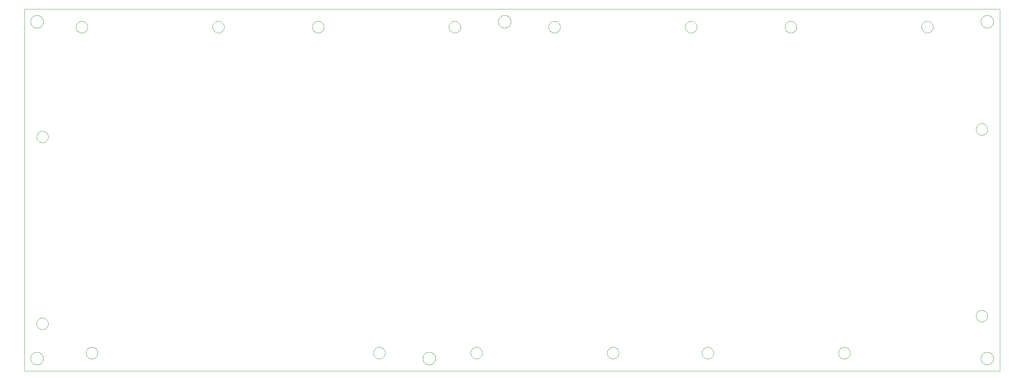
<source format=gm1>
G75*
G70*
%OFA0B0*%
%FSLAX24Y24*%
%IPPOS*%
%LPD*%
%AMOC8*
5,1,8,0,0,1.08239X$1,22.5*
%
%ADD10C,0.0000*%
D10*
X002625Y002625D02*
X002625Y038625D01*
X099625Y038625D01*
X099625Y002625D01*
X002625Y002625D01*
X003245Y003875D02*
X003247Y003925D01*
X003253Y003975D01*
X003263Y004024D01*
X003277Y004072D01*
X003294Y004119D01*
X003315Y004164D01*
X003340Y004208D01*
X003368Y004249D01*
X003400Y004288D01*
X003434Y004325D01*
X003471Y004359D01*
X003511Y004389D01*
X003553Y004416D01*
X003597Y004440D01*
X003643Y004461D01*
X003690Y004477D01*
X003738Y004490D01*
X003788Y004499D01*
X003837Y004504D01*
X003888Y004505D01*
X003938Y004502D01*
X003987Y004495D01*
X004036Y004484D01*
X004084Y004469D01*
X004130Y004451D01*
X004175Y004429D01*
X004218Y004403D01*
X004259Y004374D01*
X004298Y004342D01*
X004334Y004307D01*
X004366Y004269D01*
X004396Y004229D01*
X004423Y004186D01*
X004446Y004142D01*
X004465Y004096D01*
X004481Y004048D01*
X004493Y003999D01*
X004501Y003950D01*
X004505Y003900D01*
X004505Y003850D01*
X004501Y003800D01*
X004493Y003751D01*
X004481Y003702D01*
X004465Y003654D01*
X004446Y003608D01*
X004423Y003564D01*
X004396Y003521D01*
X004366Y003481D01*
X004334Y003443D01*
X004298Y003408D01*
X004259Y003376D01*
X004218Y003347D01*
X004175Y003321D01*
X004130Y003299D01*
X004084Y003281D01*
X004036Y003266D01*
X003987Y003255D01*
X003938Y003248D01*
X003888Y003245D01*
X003837Y003246D01*
X003788Y003251D01*
X003738Y003260D01*
X003690Y003273D01*
X003643Y003289D01*
X003597Y003310D01*
X003553Y003334D01*
X003511Y003361D01*
X003471Y003391D01*
X003434Y003425D01*
X003400Y003462D01*
X003368Y003501D01*
X003340Y003542D01*
X003315Y003586D01*
X003294Y003631D01*
X003277Y003678D01*
X003263Y003726D01*
X003253Y003775D01*
X003247Y003825D01*
X003245Y003875D01*
X008755Y004415D02*
X008757Y004463D01*
X008763Y004510D01*
X008773Y004557D01*
X008786Y004603D01*
X008804Y004648D01*
X008825Y004691D01*
X008849Y004732D01*
X008877Y004771D01*
X008908Y004808D01*
X008942Y004842D01*
X008979Y004873D01*
X009018Y004901D01*
X009059Y004925D01*
X009102Y004946D01*
X009147Y004964D01*
X009193Y004977D01*
X009240Y004987D01*
X009287Y004993D01*
X009335Y004995D01*
X009383Y004993D01*
X009430Y004987D01*
X009477Y004977D01*
X009523Y004964D01*
X009568Y004946D01*
X009611Y004925D01*
X009652Y004901D01*
X009691Y004873D01*
X009728Y004842D01*
X009762Y004808D01*
X009793Y004771D01*
X009821Y004732D01*
X009845Y004691D01*
X009866Y004648D01*
X009884Y004603D01*
X009897Y004557D01*
X009907Y004510D01*
X009913Y004463D01*
X009915Y004415D01*
X009913Y004367D01*
X009907Y004320D01*
X009897Y004273D01*
X009884Y004227D01*
X009866Y004182D01*
X009845Y004139D01*
X009821Y004098D01*
X009793Y004059D01*
X009762Y004022D01*
X009728Y003988D01*
X009691Y003957D01*
X009652Y003929D01*
X009611Y003905D01*
X009568Y003884D01*
X009523Y003866D01*
X009477Y003853D01*
X009430Y003843D01*
X009383Y003837D01*
X009335Y003835D01*
X009287Y003837D01*
X009240Y003843D01*
X009193Y003853D01*
X009147Y003866D01*
X009102Y003884D01*
X009059Y003905D01*
X009018Y003929D01*
X008979Y003957D01*
X008942Y003988D01*
X008908Y004022D01*
X008877Y004059D01*
X008849Y004098D01*
X008825Y004139D01*
X008804Y004182D01*
X008786Y004227D01*
X008773Y004273D01*
X008763Y004320D01*
X008757Y004367D01*
X008755Y004415D01*
X003835Y007335D02*
X003837Y007383D01*
X003843Y007430D01*
X003853Y007477D01*
X003866Y007523D01*
X003884Y007568D01*
X003905Y007611D01*
X003929Y007652D01*
X003957Y007691D01*
X003988Y007728D01*
X004022Y007762D01*
X004059Y007793D01*
X004098Y007821D01*
X004139Y007845D01*
X004182Y007866D01*
X004227Y007884D01*
X004273Y007897D01*
X004320Y007907D01*
X004367Y007913D01*
X004415Y007915D01*
X004463Y007913D01*
X004510Y007907D01*
X004557Y007897D01*
X004603Y007884D01*
X004648Y007866D01*
X004691Y007845D01*
X004732Y007821D01*
X004771Y007793D01*
X004808Y007762D01*
X004842Y007728D01*
X004873Y007691D01*
X004901Y007652D01*
X004925Y007611D01*
X004946Y007568D01*
X004964Y007523D01*
X004977Y007477D01*
X004987Y007430D01*
X004993Y007383D01*
X004995Y007335D01*
X004993Y007287D01*
X004987Y007240D01*
X004977Y007193D01*
X004964Y007147D01*
X004946Y007102D01*
X004925Y007059D01*
X004901Y007018D01*
X004873Y006979D01*
X004842Y006942D01*
X004808Y006908D01*
X004771Y006877D01*
X004732Y006849D01*
X004691Y006825D01*
X004648Y006804D01*
X004603Y006786D01*
X004557Y006773D01*
X004510Y006763D01*
X004463Y006757D01*
X004415Y006755D01*
X004367Y006757D01*
X004320Y006763D01*
X004273Y006773D01*
X004227Y006786D01*
X004182Y006804D01*
X004139Y006825D01*
X004098Y006849D01*
X004059Y006877D01*
X004022Y006908D01*
X003988Y006942D01*
X003957Y006979D01*
X003929Y007018D01*
X003905Y007059D01*
X003884Y007102D01*
X003866Y007147D01*
X003853Y007193D01*
X003843Y007240D01*
X003837Y007287D01*
X003835Y007335D01*
X037335Y004415D02*
X037337Y004463D01*
X037343Y004510D01*
X037353Y004557D01*
X037366Y004603D01*
X037384Y004648D01*
X037405Y004691D01*
X037429Y004732D01*
X037457Y004771D01*
X037488Y004808D01*
X037522Y004842D01*
X037559Y004873D01*
X037598Y004901D01*
X037639Y004925D01*
X037682Y004946D01*
X037727Y004964D01*
X037773Y004977D01*
X037820Y004987D01*
X037867Y004993D01*
X037915Y004995D01*
X037963Y004993D01*
X038010Y004987D01*
X038057Y004977D01*
X038103Y004964D01*
X038148Y004946D01*
X038191Y004925D01*
X038232Y004901D01*
X038271Y004873D01*
X038308Y004842D01*
X038342Y004808D01*
X038373Y004771D01*
X038401Y004732D01*
X038425Y004691D01*
X038446Y004648D01*
X038464Y004603D01*
X038477Y004557D01*
X038487Y004510D01*
X038493Y004463D01*
X038495Y004415D01*
X038493Y004367D01*
X038487Y004320D01*
X038477Y004273D01*
X038464Y004227D01*
X038446Y004182D01*
X038425Y004139D01*
X038401Y004098D01*
X038373Y004059D01*
X038342Y004022D01*
X038308Y003988D01*
X038271Y003957D01*
X038232Y003929D01*
X038191Y003905D01*
X038148Y003884D01*
X038103Y003866D01*
X038057Y003853D01*
X038010Y003843D01*
X037963Y003837D01*
X037915Y003835D01*
X037867Y003837D01*
X037820Y003843D01*
X037773Y003853D01*
X037727Y003866D01*
X037682Y003884D01*
X037639Y003905D01*
X037598Y003929D01*
X037559Y003957D01*
X037522Y003988D01*
X037488Y004022D01*
X037457Y004059D01*
X037429Y004098D01*
X037405Y004139D01*
X037384Y004182D01*
X037366Y004227D01*
X037353Y004273D01*
X037343Y004320D01*
X037337Y004367D01*
X037335Y004415D01*
X042245Y003875D02*
X042247Y003925D01*
X042253Y003975D01*
X042263Y004024D01*
X042277Y004072D01*
X042294Y004119D01*
X042315Y004164D01*
X042340Y004208D01*
X042368Y004249D01*
X042400Y004288D01*
X042434Y004325D01*
X042471Y004359D01*
X042511Y004389D01*
X042553Y004416D01*
X042597Y004440D01*
X042643Y004461D01*
X042690Y004477D01*
X042738Y004490D01*
X042788Y004499D01*
X042837Y004504D01*
X042888Y004505D01*
X042938Y004502D01*
X042987Y004495D01*
X043036Y004484D01*
X043084Y004469D01*
X043130Y004451D01*
X043175Y004429D01*
X043218Y004403D01*
X043259Y004374D01*
X043298Y004342D01*
X043334Y004307D01*
X043366Y004269D01*
X043396Y004229D01*
X043423Y004186D01*
X043446Y004142D01*
X043465Y004096D01*
X043481Y004048D01*
X043493Y003999D01*
X043501Y003950D01*
X043505Y003900D01*
X043505Y003850D01*
X043501Y003800D01*
X043493Y003751D01*
X043481Y003702D01*
X043465Y003654D01*
X043446Y003608D01*
X043423Y003564D01*
X043396Y003521D01*
X043366Y003481D01*
X043334Y003443D01*
X043298Y003408D01*
X043259Y003376D01*
X043218Y003347D01*
X043175Y003321D01*
X043130Y003299D01*
X043084Y003281D01*
X043036Y003266D01*
X042987Y003255D01*
X042938Y003248D01*
X042888Y003245D01*
X042837Y003246D01*
X042788Y003251D01*
X042738Y003260D01*
X042690Y003273D01*
X042643Y003289D01*
X042597Y003310D01*
X042553Y003334D01*
X042511Y003361D01*
X042471Y003391D01*
X042434Y003425D01*
X042400Y003462D01*
X042368Y003501D01*
X042340Y003542D01*
X042315Y003586D01*
X042294Y003631D01*
X042277Y003678D01*
X042263Y003726D01*
X042253Y003775D01*
X042247Y003825D01*
X042245Y003875D01*
X047005Y004415D02*
X047007Y004463D01*
X047013Y004510D01*
X047023Y004557D01*
X047036Y004603D01*
X047054Y004648D01*
X047075Y004691D01*
X047099Y004732D01*
X047127Y004771D01*
X047158Y004808D01*
X047192Y004842D01*
X047229Y004873D01*
X047268Y004901D01*
X047309Y004925D01*
X047352Y004946D01*
X047397Y004964D01*
X047443Y004977D01*
X047490Y004987D01*
X047537Y004993D01*
X047585Y004995D01*
X047633Y004993D01*
X047680Y004987D01*
X047727Y004977D01*
X047773Y004964D01*
X047818Y004946D01*
X047861Y004925D01*
X047902Y004901D01*
X047941Y004873D01*
X047978Y004842D01*
X048012Y004808D01*
X048043Y004771D01*
X048071Y004732D01*
X048095Y004691D01*
X048116Y004648D01*
X048134Y004603D01*
X048147Y004557D01*
X048157Y004510D01*
X048163Y004463D01*
X048165Y004415D01*
X048163Y004367D01*
X048157Y004320D01*
X048147Y004273D01*
X048134Y004227D01*
X048116Y004182D01*
X048095Y004139D01*
X048071Y004098D01*
X048043Y004059D01*
X048012Y004022D01*
X047978Y003988D01*
X047941Y003957D01*
X047902Y003929D01*
X047861Y003905D01*
X047818Y003884D01*
X047773Y003866D01*
X047727Y003853D01*
X047680Y003843D01*
X047633Y003837D01*
X047585Y003835D01*
X047537Y003837D01*
X047490Y003843D01*
X047443Y003853D01*
X047397Y003866D01*
X047352Y003884D01*
X047309Y003905D01*
X047268Y003929D01*
X047229Y003957D01*
X047192Y003988D01*
X047158Y004022D01*
X047127Y004059D01*
X047099Y004098D01*
X047075Y004139D01*
X047054Y004182D01*
X047036Y004227D01*
X047023Y004273D01*
X047013Y004320D01*
X047007Y004367D01*
X047005Y004415D01*
X060585Y004415D02*
X060587Y004463D01*
X060593Y004510D01*
X060603Y004557D01*
X060616Y004603D01*
X060634Y004648D01*
X060655Y004691D01*
X060679Y004732D01*
X060707Y004771D01*
X060738Y004808D01*
X060772Y004842D01*
X060809Y004873D01*
X060848Y004901D01*
X060889Y004925D01*
X060932Y004946D01*
X060977Y004964D01*
X061023Y004977D01*
X061070Y004987D01*
X061117Y004993D01*
X061165Y004995D01*
X061213Y004993D01*
X061260Y004987D01*
X061307Y004977D01*
X061353Y004964D01*
X061398Y004946D01*
X061441Y004925D01*
X061482Y004901D01*
X061521Y004873D01*
X061558Y004842D01*
X061592Y004808D01*
X061623Y004771D01*
X061651Y004732D01*
X061675Y004691D01*
X061696Y004648D01*
X061714Y004603D01*
X061727Y004557D01*
X061737Y004510D01*
X061743Y004463D01*
X061745Y004415D01*
X061743Y004367D01*
X061737Y004320D01*
X061727Y004273D01*
X061714Y004227D01*
X061696Y004182D01*
X061675Y004139D01*
X061651Y004098D01*
X061623Y004059D01*
X061592Y004022D01*
X061558Y003988D01*
X061521Y003957D01*
X061482Y003929D01*
X061441Y003905D01*
X061398Y003884D01*
X061353Y003866D01*
X061307Y003853D01*
X061260Y003843D01*
X061213Y003837D01*
X061165Y003835D01*
X061117Y003837D01*
X061070Y003843D01*
X061023Y003853D01*
X060977Y003866D01*
X060932Y003884D01*
X060889Y003905D01*
X060848Y003929D01*
X060809Y003957D01*
X060772Y003988D01*
X060738Y004022D01*
X060707Y004059D01*
X060679Y004098D01*
X060655Y004139D01*
X060634Y004182D01*
X060616Y004227D01*
X060603Y004273D01*
X060593Y004320D01*
X060587Y004367D01*
X060585Y004415D01*
X070005Y004415D02*
X070007Y004463D01*
X070013Y004510D01*
X070023Y004557D01*
X070036Y004603D01*
X070054Y004648D01*
X070075Y004691D01*
X070099Y004732D01*
X070127Y004771D01*
X070158Y004808D01*
X070192Y004842D01*
X070229Y004873D01*
X070268Y004901D01*
X070309Y004925D01*
X070352Y004946D01*
X070397Y004964D01*
X070443Y004977D01*
X070490Y004987D01*
X070537Y004993D01*
X070585Y004995D01*
X070633Y004993D01*
X070680Y004987D01*
X070727Y004977D01*
X070773Y004964D01*
X070818Y004946D01*
X070861Y004925D01*
X070902Y004901D01*
X070941Y004873D01*
X070978Y004842D01*
X071012Y004808D01*
X071043Y004771D01*
X071071Y004732D01*
X071095Y004691D01*
X071116Y004648D01*
X071134Y004603D01*
X071147Y004557D01*
X071157Y004510D01*
X071163Y004463D01*
X071165Y004415D01*
X071163Y004367D01*
X071157Y004320D01*
X071147Y004273D01*
X071134Y004227D01*
X071116Y004182D01*
X071095Y004139D01*
X071071Y004098D01*
X071043Y004059D01*
X071012Y004022D01*
X070978Y003988D01*
X070941Y003957D01*
X070902Y003929D01*
X070861Y003905D01*
X070818Y003884D01*
X070773Y003866D01*
X070727Y003853D01*
X070680Y003843D01*
X070633Y003837D01*
X070585Y003835D01*
X070537Y003837D01*
X070490Y003843D01*
X070443Y003853D01*
X070397Y003866D01*
X070352Y003884D01*
X070309Y003905D01*
X070268Y003929D01*
X070229Y003957D01*
X070192Y003988D01*
X070158Y004022D01*
X070127Y004059D01*
X070099Y004098D01*
X070075Y004139D01*
X070054Y004182D01*
X070036Y004227D01*
X070023Y004273D01*
X070013Y004320D01*
X070007Y004367D01*
X070005Y004415D01*
X083585Y004415D02*
X083587Y004463D01*
X083593Y004510D01*
X083603Y004557D01*
X083616Y004603D01*
X083634Y004648D01*
X083655Y004691D01*
X083679Y004732D01*
X083707Y004771D01*
X083738Y004808D01*
X083772Y004842D01*
X083809Y004873D01*
X083848Y004901D01*
X083889Y004925D01*
X083932Y004946D01*
X083977Y004964D01*
X084023Y004977D01*
X084070Y004987D01*
X084117Y004993D01*
X084165Y004995D01*
X084213Y004993D01*
X084260Y004987D01*
X084307Y004977D01*
X084353Y004964D01*
X084398Y004946D01*
X084441Y004925D01*
X084482Y004901D01*
X084521Y004873D01*
X084558Y004842D01*
X084592Y004808D01*
X084623Y004771D01*
X084651Y004732D01*
X084675Y004691D01*
X084696Y004648D01*
X084714Y004603D01*
X084727Y004557D01*
X084737Y004510D01*
X084743Y004463D01*
X084745Y004415D01*
X084743Y004367D01*
X084737Y004320D01*
X084727Y004273D01*
X084714Y004227D01*
X084696Y004182D01*
X084675Y004139D01*
X084651Y004098D01*
X084623Y004059D01*
X084592Y004022D01*
X084558Y003988D01*
X084521Y003957D01*
X084482Y003929D01*
X084441Y003905D01*
X084398Y003884D01*
X084353Y003866D01*
X084307Y003853D01*
X084260Y003843D01*
X084213Y003837D01*
X084165Y003835D01*
X084117Y003837D01*
X084070Y003843D01*
X084023Y003853D01*
X083977Y003866D01*
X083932Y003884D01*
X083889Y003905D01*
X083848Y003929D01*
X083809Y003957D01*
X083772Y003988D01*
X083738Y004022D01*
X083707Y004059D01*
X083679Y004098D01*
X083655Y004139D01*
X083634Y004182D01*
X083616Y004227D01*
X083603Y004273D01*
X083593Y004320D01*
X083587Y004367D01*
X083585Y004415D01*
X097255Y008085D02*
X097257Y008133D01*
X097263Y008180D01*
X097273Y008227D01*
X097286Y008273D01*
X097304Y008318D01*
X097325Y008361D01*
X097349Y008402D01*
X097377Y008441D01*
X097408Y008478D01*
X097442Y008512D01*
X097479Y008543D01*
X097518Y008571D01*
X097559Y008595D01*
X097602Y008616D01*
X097647Y008634D01*
X097693Y008647D01*
X097740Y008657D01*
X097787Y008663D01*
X097835Y008665D01*
X097883Y008663D01*
X097930Y008657D01*
X097977Y008647D01*
X098023Y008634D01*
X098068Y008616D01*
X098111Y008595D01*
X098152Y008571D01*
X098191Y008543D01*
X098228Y008512D01*
X098262Y008478D01*
X098293Y008441D01*
X098321Y008402D01*
X098345Y008361D01*
X098366Y008318D01*
X098384Y008273D01*
X098397Y008227D01*
X098407Y008180D01*
X098413Y008133D01*
X098415Y008085D01*
X098413Y008037D01*
X098407Y007990D01*
X098397Y007943D01*
X098384Y007897D01*
X098366Y007852D01*
X098345Y007809D01*
X098321Y007768D01*
X098293Y007729D01*
X098262Y007692D01*
X098228Y007658D01*
X098191Y007627D01*
X098152Y007599D01*
X098111Y007575D01*
X098068Y007554D01*
X098023Y007536D01*
X097977Y007523D01*
X097930Y007513D01*
X097883Y007507D01*
X097835Y007505D01*
X097787Y007507D01*
X097740Y007513D01*
X097693Y007523D01*
X097647Y007536D01*
X097602Y007554D01*
X097559Y007575D01*
X097518Y007599D01*
X097479Y007627D01*
X097442Y007658D01*
X097408Y007692D01*
X097377Y007729D01*
X097349Y007768D01*
X097325Y007809D01*
X097304Y007852D01*
X097286Y007897D01*
X097273Y007943D01*
X097263Y007990D01*
X097257Y008037D01*
X097255Y008085D01*
X097745Y003875D02*
X097747Y003925D01*
X097753Y003975D01*
X097763Y004024D01*
X097777Y004072D01*
X097794Y004119D01*
X097815Y004164D01*
X097840Y004208D01*
X097868Y004249D01*
X097900Y004288D01*
X097934Y004325D01*
X097971Y004359D01*
X098011Y004389D01*
X098053Y004416D01*
X098097Y004440D01*
X098143Y004461D01*
X098190Y004477D01*
X098238Y004490D01*
X098288Y004499D01*
X098337Y004504D01*
X098388Y004505D01*
X098438Y004502D01*
X098487Y004495D01*
X098536Y004484D01*
X098584Y004469D01*
X098630Y004451D01*
X098675Y004429D01*
X098718Y004403D01*
X098759Y004374D01*
X098798Y004342D01*
X098834Y004307D01*
X098866Y004269D01*
X098896Y004229D01*
X098923Y004186D01*
X098946Y004142D01*
X098965Y004096D01*
X098981Y004048D01*
X098993Y003999D01*
X099001Y003950D01*
X099005Y003900D01*
X099005Y003850D01*
X099001Y003800D01*
X098993Y003751D01*
X098981Y003702D01*
X098965Y003654D01*
X098946Y003608D01*
X098923Y003564D01*
X098896Y003521D01*
X098866Y003481D01*
X098834Y003443D01*
X098798Y003408D01*
X098759Y003376D01*
X098718Y003347D01*
X098675Y003321D01*
X098630Y003299D01*
X098584Y003281D01*
X098536Y003266D01*
X098487Y003255D01*
X098438Y003248D01*
X098388Y003245D01*
X098337Y003246D01*
X098288Y003251D01*
X098238Y003260D01*
X098190Y003273D01*
X098143Y003289D01*
X098097Y003310D01*
X098053Y003334D01*
X098011Y003361D01*
X097971Y003391D01*
X097934Y003425D01*
X097900Y003462D01*
X097868Y003501D01*
X097840Y003542D01*
X097815Y003586D01*
X097794Y003631D01*
X097777Y003678D01*
X097763Y003726D01*
X097753Y003775D01*
X097747Y003825D01*
X097745Y003875D01*
X097255Y026665D02*
X097257Y026713D01*
X097263Y026760D01*
X097273Y026807D01*
X097286Y026853D01*
X097304Y026898D01*
X097325Y026941D01*
X097349Y026982D01*
X097377Y027021D01*
X097408Y027058D01*
X097442Y027092D01*
X097479Y027123D01*
X097518Y027151D01*
X097559Y027175D01*
X097602Y027196D01*
X097647Y027214D01*
X097693Y027227D01*
X097740Y027237D01*
X097787Y027243D01*
X097835Y027245D01*
X097883Y027243D01*
X097930Y027237D01*
X097977Y027227D01*
X098023Y027214D01*
X098068Y027196D01*
X098111Y027175D01*
X098152Y027151D01*
X098191Y027123D01*
X098228Y027092D01*
X098262Y027058D01*
X098293Y027021D01*
X098321Y026982D01*
X098345Y026941D01*
X098366Y026898D01*
X098384Y026853D01*
X098397Y026807D01*
X098407Y026760D01*
X098413Y026713D01*
X098415Y026665D01*
X098413Y026617D01*
X098407Y026570D01*
X098397Y026523D01*
X098384Y026477D01*
X098366Y026432D01*
X098345Y026389D01*
X098321Y026348D01*
X098293Y026309D01*
X098262Y026272D01*
X098228Y026238D01*
X098191Y026207D01*
X098152Y026179D01*
X098111Y026155D01*
X098068Y026134D01*
X098023Y026116D01*
X097977Y026103D01*
X097930Y026093D01*
X097883Y026087D01*
X097835Y026085D01*
X097787Y026087D01*
X097740Y026093D01*
X097693Y026103D01*
X097647Y026116D01*
X097602Y026134D01*
X097559Y026155D01*
X097518Y026179D01*
X097479Y026207D01*
X097442Y026238D01*
X097408Y026272D01*
X097377Y026309D01*
X097349Y026348D01*
X097325Y026389D01*
X097304Y026432D01*
X097286Y026477D01*
X097273Y026523D01*
X097263Y026570D01*
X097257Y026617D01*
X097255Y026665D01*
X091835Y036835D02*
X091837Y036883D01*
X091843Y036930D01*
X091853Y036977D01*
X091866Y037023D01*
X091884Y037068D01*
X091905Y037111D01*
X091929Y037152D01*
X091957Y037191D01*
X091988Y037228D01*
X092022Y037262D01*
X092059Y037293D01*
X092098Y037321D01*
X092139Y037345D01*
X092182Y037366D01*
X092227Y037384D01*
X092273Y037397D01*
X092320Y037407D01*
X092367Y037413D01*
X092415Y037415D01*
X092463Y037413D01*
X092510Y037407D01*
X092557Y037397D01*
X092603Y037384D01*
X092648Y037366D01*
X092691Y037345D01*
X092732Y037321D01*
X092771Y037293D01*
X092808Y037262D01*
X092842Y037228D01*
X092873Y037191D01*
X092901Y037152D01*
X092925Y037111D01*
X092946Y037068D01*
X092964Y037023D01*
X092977Y036977D01*
X092987Y036930D01*
X092993Y036883D01*
X092995Y036835D01*
X092993Y036787D01*
X092987Y036740D01*
X092977Y036693D01*
X092964Y036647D01*
X092946Y036602D01*
X092925Y036559D01*
X092901Y036518D01*
X092873Y036479D01*
X092842Y036442D01*
X092808Y036408D01*
X092771Y036377D01*
X092732Y036349D01*
X092691Y036325D01*
X092648Y036304D01*
X092603Y036286D01*
X092557Y036273D01*
X092510Y036263D01*
X092463Y036257D01*
X092415Y036255D01*
X092367Y036257D01*
X092320Y036263D01*
X092273Y036273D01*
X092227Y036286D01*
X092182Y036304D01*
X092139Y036325D01*
X092098Y036349D01*
X092059Y036377D01*
X092022Y036408D01*
X091988Y036442D01*
X091957Y036479D01*
X091929Y036518D01*
X091905Y036559D01*
X091884Y036602D01*
X091866Y036647D01*
X091853Y036693D01*
X091843Y036740D01*
X091837Y036787D01*
X091835Y036835D01*
X097745Y037375D02*
X097747Y037425D01*
X097753Y037475D01*
X097763Y037524D01*
X097777Y037572D01*
X097794Y037619D01*
X097815Y037664D01*
X097840Y037708D01*
X097868Y037749D01*
X097900Y037788D01*
X097934Y037825D01*
X097971Y037859D01*
X098011Y037889D01*
X098053Y037916D01*
X098097Y037940D01*
X098143Y037961D01*
X098190Y037977D01*
X098238Y037990D01*
X098288Y037999D01*
X098337Y038004D01*
X098388Y038005D01*
X098438Y038002D01*
X098487Y037995D01*
X098536Y037984D01*
X098584Y037969D01*
X098630Y037951D01*
X098675Y037929D01*
X098718Y037903D01*
X098759Y037874D01*
X098798Y037842D01*
X098834Y037807D01*
X098866Y037769D01*
X098896Y037729D01*
X098923Y037686D01*
X098946Y037642D01*
X098965Y037596D01*
X098981Y037548D01*
X098993Y037499D01*
X099001Y037450D01*
X099005Y037400D01*
X099005Y037350D01*
X099001Y037300D01*
X098993Y037251D01*
X098981Y037202D01*
X098965Y037154D01*
X098946Y037108D01*
X098923Y037064D01*
X098896Y037021D01*
X098866Y036981D01*
X098834Y036943D01*
X098798Y036908D01*
X098759Y036876D01*
X098718Y036847D01*
X098675Y036821D01*
X098630Y036799D01*
X098584Y036781D01*
X098536Y036766D01*
X098487Y036755D01*
X098438Y036748D01*
X098388Y036745D01*
X098337Y036746D01*
X098288Y036751D01*
X098238Y036760D01*
X098190Y036773D01*
X098143Y036789D01*
X098097Y036810D01*
X098053Y036834D01*
X098011Y036861D01*
X097971Y036891D01*
X097934Y036925D01*
X097900Y036962D01*
X097868Y037001D01*
X097840Y037042D01*
X097815Y037086D01*
X097794Y037131D01*
X097777Y037178D01*
X097763Y037226D01*
X097753Y037275D01*
X097747Y037325D01*
X097745Y037375D01*
X078255Y036835D02*
X078257Y036883D01*
X078263Y036930D01*
X078273Y036977D01*
X078286Y037023D01*
X078304Y037068D01*
X078325Y037111D01*
X078349Y037152D01*
X078377Y037191D01*
X078408Y037228D01*
X078442Y037262D01*
X078479Y037293D01*
X078518Y037321D01*
X078559Y037345D01*
X078602Y037366D01*
X078647Y037384D01*
X078693Y037397D01*
X078740Y037407D01*
X078787Y037413D01*
X078835Y037415D01*
X078883Y037413D01*
X078930Y037407D01*
X078977Y037397D01*
X079023Y037384D01*
X079068Y037366D01*
X079111Y037345D01*
X079152Y037321D01*
X079191Y037293D01*
X079228Y037262D01*
X079262Y037228D01*
X079293Y037191D01*
X079321Y037152D01*
X079345Y037111D01*
X079366Y037068D01*
X079384Y037023D01*
X079397Y036977D01*
X079407Y036930D01*
X079413Y036883D01*
X079415Y036835D01*
X079413Y036787D01*
X079407Y036740D01*
X079397Y036693D01*
X079384Y036647D01*
X079366Y036602D01*
X079345Y036559D01*
X079321Y036518D01*
X079293Y036479D01*
X079262Y036442D01*
X079228Y036408D01*
X079191Y036377D01*
X079152Y036349D01*
X079111Y036325D01*
X079068Y036304D01*
X079023Y036286D01*
X078977Y036273D01*
X078930Y036263D01*
X078883Y036257D01*
X078835Y036255D01*
X078787Y036257D01*
X078740Y036263D01*
X078693Y036273D01*
X078647Y036286D01*
X078602Y036304D01*
X078559Y036325D01*
X078518Y036349D01*
X078479Y036377D01*
X078442Y036408D01*
X078408Y036442D01*
X078377Y036479D01*
X078349Y036518D01*
X078325Y036559D01*
X078304Y036602D01*
X078286Y036647D01*
X078273Y036693D01*
X078263Y036740D01*
X078257Y036787D01*
X078255Y036835D01*
X068335Y036835D02*
X068337Y036883D01*
X068343Y036930D01*
X068353Y036977D01*
X068366Y037023D01*
X068384Y037068D01*
X068405Y037111D01*
X068429Y037152D01*
X068457Y037191D01*
X068488Y037228D01*
X068522Y037262D01*
X068559Y037293D01*
X068598Y037321D01*
X068639Y037345D01*
X068682Y037366D01*
X068727Y037384D01*
X068773Y037397D01*
X068820Y037407D01*
X068867Y037413D01*
X068915Y037415D01*
X068963Y037413D01*
X069010Y037407D01*
X069057Y037397D01*
X069103Y037384D01*
X069148Y037366D01*
X069191Y037345D01*
X069232Y037321D01*
X069271Y037293D01*
X069308Y037262D01*
X069342Y037228D01*
X069373Y037191D01*
X069401Y037152D01*
X069425Y037111D01*
X069446Y037068D01*
X069464Y037023D01*
X069477Y036977D01*
X069487Y036930D01*
X069493Y036883D01*
X069495Y036835D01*
X069493Y036787D01*
X069487Y036740D01*
X069477Y036693D01*
X069464Y036647D01*
X069446Y036602D01*
X069425Y036559D01*
X069401Y036518D01*
X069373Y036479D01*
X069342Y036442D01*
X069308Y036408D01*
X069271Y036377D01*
X069232Y036349D01*
X069191Y036325D01*
X069148Y036304D01*
X069103Y036286D01*
X069057Y036273D01*
X069010Y036263D01*
X068963Y036257D01*
X068915Y036255D01*
X068867Y036257D01*
X068820Y036263D01*
X068773Y036273D01*
X068727Y036286D01*
X068682Y036304D01*
X068639Y036325D01*
X068598Y036349D01*
X068559Y036377D01*
X068522Y036408D01*
X068488Y036442D01*
X068457Y036479D01*
X068429Y036518D01*
X068405Y036559D01*
X068384Y036602D01*
X068366Y036647D01*
X068353Y036693D01*
X068343Y036740D01*
X068337Y036787D01*
X068335Y036835D01*
X054755Y036835D02*
X054757Y036883D01*
X054763Y036930D01*
X054773Y036977D01*
X054786Y037023D01*
X054804Y037068D01*
X054825Y037111D01*
X054849Y037152D01*
X054877Y037191D01*
X054908Y037228D01*
X054942Y037262D01*
X054979Y037293D01*
X055018Y037321D01*
X055059Y037345D01*
X055102Y037366D01*
X055147Y037384D01*
X055193Y037397D01*
X055240Y037407D01*
X055287Y037413D01*
X055335Y037415D01*
X055383Y037413D01*
X055430Y037407D01*
X055477Y037397D01*
X055523Y037384D01*
X055568Y037366D01*
X055611Y037345D01*
X055652Y037321D01*
X055691Y037293D01*
X055728Y037262D01*
X055762Y037228D01*
X055793Y037191D01*
X055821Y037152D01*
X055845Y037111D01*
X055866Y037068D01*
X055884Y037023D01*
X055897Y036977D01*
X055907Y036930D01*
X055913Y036883D01*
X055915Y036835D01*
X055913Y036787D01*
X055907Y036740D01*
X055897Y036693D01*
X055884Y036647D01*
X055866Y036602D01*
X055845Y036559D01*
X055821Y036518D01*
X055793Y036479D01*
X055762Y036442D01*
X055728Y036408D01*
X055691Y036377D01*
X055652Y036349D01*
X055611Y036325D01*
X055568Y036304D01*
X055523Y036286D01*
X055477Y036273D01*
X055430Y036263D01*
X055383Y036257D01*
X055335Y036255D01*
X055287Y036257D01*
X055240Y036263D01*
X055193Y036273D01*
X055147Y036286D01*
X055102Y036304D01*
X055059Y036325D01*
X055018Y036349D01*
X054979Y036377D01*
X054942Y036408D01*
X054908Y036442D01*
X054877Y036479D01*
X054849Y036518D01*
X054825Y036559D01*
X054804Y036602D01*
X054786Y036647D01*
X054773Y036693D01*
X054763Y036740D01*
X054757Y036787D01*
X054755Y036835D01*
X049745Y037375D02*
X049747Y037425D01*
X049753Y037475D01*
X049763Y037524D01*
X049777Y037572D01*
X049794Y037619D01*
X049815Y037664D01*
X049840Y037708D01*
X049868Y037749D01*
X049900Y037788D01*
X049934Y037825D01*
X049971Y037859D01*
X050011Y037889D01*
X050053Y037916D01*
X050097Y037940D01*
X050143Y037961D01*
X050190Y037977D01*
X050238Y037990D01*
X050288Y037999D01*
X050337Y038004D01*
X050388Y038005D01*
X050438Y038002D01*
X050487Y037995D01*
X050536Y037984D01*
X050584Y037969D01*
X050630Y037951D01*
X050675Y037929D01*
X050718Y037903D01*
X050759Y037874D01*
X050798Y037842D01*
X050834Y037807D01*
X050866Y037769D01*
X050896Y037729D01*
X050923Y037686D01*
X050946Y037642D01*
X050965Y037596D01*
X050981Y037548D01*
X050993Y037499D01*
X051001Y037450D01*
X051005Y037400D01*
X051005Y037350D01*
X051001Y037300D01*
X050993Y037251D01*
X050981Y037202D01*
X050965Y037154D01*
X050946Y037108D01*
X050923Y037064D01*
X050896Y037021D01*
X050866Y036981D01*
X050834Y036943D01*
X050798Y036908D01*
X050759Y036876D01*
X050718Y036847D01*
X050675Y036821D01*
X050630Y036799D01*
X050584Y036781D01*
X050536Y036766D01*
X050487Y036755D01*
X050438Y036748D01*
X050388Y036745D01*
X050337Y036746D01*
X050288Y036751D01*
X050238Y036760D01*
X050190Y036773D01*
X050143Y036789D01*
X050097Y036810D01*
X050053Y036834D01*
X050011Y036861D01*
X049971Y036891D01*
X049934Y036925D01*
X049900Y036962D01*
X049868Y037001D01*
X049840Y037042D01*
X049815Y037086D01*
X049794Y037131D01*
X049777Y037178D01*
X049763Y037226D01*
X049753Y037275D01*
X049747Y037325D01*
X049745Y037375D01*
X044835Y036835D02*
X044837Y036883D01*
X044843Y036930D01*
X044853Y036977D01*
X044866Y037023D01*
X044884Y037068D01*
X044905Y037111D01*
X044929Y037152D01*
X044957Y037191D01*
X044988Y037228D01*
X045022Y037262D01*
X045059Y037293D01*
X045098Y037321D01*
X045139Y037345D01*
X045182Y037366D01*
X045227Y037384D01*
X045273Y037397D01*
X045320Y037407D01*
X045367Y037413D01*
X045415Y037415D01*
X045463Y037413D01*
X045510Y037407D01*
X045557Y037397D01*
X045603Y037384D01*
X045648Y037366D01*
X045691Y037345D01*
X045732Y037321D01*
X045771Y037293D01*
X045808Y037262D01*
X045842Y037228D01*
X045873Y037191D01*
X045901Y037152D01*
X045925Y037111D01*
X045946Y037068D01*
X045964Y037023D01*
X045977Y036977D01*
X045987Y036930D01*
X045993Y036883D01*
X045995Y036835D01*
X045993Y036787D01*
X045987Y036740D01*
X045977Y036693D01*
X045964Y036647D01*
X045946Y036602D01*
X045925Y036559D01*
X045901Y036518D01*
X045873Y036479D01*
X045842Y036442D01*
X045808Y036408D01*
X045771Y036377D01*
X045732Y036349D01*
X045691Y036325D01*
X045648Y036304D01*
X045603Y036286D01*
X045557Y036273D01*
X045510Y036263D01*
X045463Y036257D01*
X045415Y036255D01*
X045367Y036257D01*
X045320Y036263D01*
X045273Y036273D01*
X045227Y036286D01*
X045182Y036304D01*
X045139Y036325D01*
X045098Y036349D01*
X045059Y036377D01*
X045022Y036408D01*
X044988Y036442D01*
X044957Y036479D01*
X044929Y036518D01*
X044905Y036559D01*
X044884Y036602D01*
X044866Y036647D01*
X044853Y036693D01*
X044843Y036740D01*
X044837Y036787D01*
X044835Y036835D01*
X031255Y036835D02*
X031257Y036883D01*
X031263Y036930D01*
X031273Y036977D01*
X031286Y037023D01*
X031304Y037068D01*
X031325Y037111D01*
X031349Y037152D01*
X031377Y037191D01*
X031408Y037228D01*
X031442Y037262D01*
X031479Y037293D01*
X031518Y037321D01*
X031559Y037345D01*
X031602Y037366D01*
X031647Y037384D01*
X031693Y037397D01*
X031740Y037407D01*
X031787Y037413D01*
X031835Y037415D01*
X031883Y037413D01*
X031930Y037407D01*
X031977Y037397D01*
X032023Y037384D01*
X032068Y037366D01*
X032111Y037345D01*
X032152Y037321D01*
X032191Y037293D01*
X032228Y037262D01*
X032262Y037228D01*
X032293Y037191D01*
X032321Y037152D01*
X032345Y037111D01*
X032366Y037068D01*
X032384Y037023D01*
X032397Y036977D01*
X032407Y036930D01*
X032413Y036883D01*
X032415Y036835D01*
X032413Y036787D01*
X032407Y036740D01*
X032397Y036693D01*
X032384Y036647D01*
X032366Y036602D01*
X032345Y036559D01*
X032321Y036518D01*
X032293Y036479D01*
X032262Y036442D01*
X032228Y036408D01*
X032191Y036377D01*
X032152Y036349D01*
X032111Y036325D01*
X032068Y036304D01*
X032023Y036286D01*
X031977Y036273D01*
X031930Y036263D01*
X031883Y036257D01*
X031835Y036255D01*
X031787Y036257D01*
X031740Y036263D01*
X031693Y036273D01*
X031647Y036286D01*
X031602Y036304D01*
X031559Y036325D01*
X031518Y036349D01*
X031479Y036377D01*
X031442Y036408D01*
X031408Y036442D01*
X031377Y036479D01*
X031349Y036518D01*
X031325Y036559D01*
X031304Y036602D01*
X031286Y036647D01*
X031273Y036693D01*
X031263Y036740D01*
X031257Y036787D01*
X031255Y036835D01*
X021335Y036835D02*
X021337Y036883D01*
X021343Y036930D01*
X021353Y036977D01*
X021366Y037023D01*
X021384Y037068D01*
X021405Y037111D01*
X021429Y037152D01*
X021457Y037191D01*
X021488Y037228D01*
X021522Y037262D01*
X021559Y037293D01*
X021598Y037321D01*
X021639Y037345D01*
X021682Y037366D01*
X021727Y037384D01*
X021773Y037397D01*
X021820Y037407D01*
X021867Y037413D01*
X021915Y037415D01*
X021963Y037413D01*
X022010Y037407D01*
X022057Y037397D01*
X022103Y037384D01*
X022148Y037366D01*
X022191Y037345D01*
X022232Y037321D01*
X022271Y037293D01*
X022308Y037262D01*
X022342Y037228D01*
X022373Y037191D01*
X022401Y037152D01*
X022425Y037111D01*
X022446Y037068D01*
X022464Y037023D01*
X022477Y036977D01*
X022487Y036930D01*
X022493Y036883D01*
X022495Y036835D01*
X022493Y036787D01*
X022487Y036740D01*
X022477Y036693D01*
X022464Y036647D01*
X022446Y036602D01*
X022425Y036559D01*
X022401Y036518D01*
X022373Y036479D01*
X022342Y036442D01*
X022308Y036408D01*
X022271Y036377D01*
X022232Y036349D01*
X022191Y036325D01*
X022148Y036304D01*
X022103Y036286D01*
X022057Y036273D01*
X022010Y036263D01*
X021963Y036257D01*
X021915Y036255D01*
X021867Y036257D01*
X021820Y036263D01*
X021773Y036273D01*
X021727Y036286D01*
X021682Y036304D01*
X021639Y036325D01*
X021598Y036349D01*
X021559Y036377D01*
X021522Y036408D01*
X021488Y036442D01*
X021457Y036479D01*
X021429Y036518D01*
X021405Y036559D01*
X021384Y036602D01*
X021366Y036647D01*
X021353Y036693D01*
X021343Y036740D01*
X021337Y036787D01*
X021335Y036835D01*
X007755Y036835D02*
X007757Y036883D01*
X007763Y036930D01*
X007773Y036977D01*
X007786Y037023D01*
X007804Y037068D01*
X007825Y037111D01*
X007849Y037152D01*
X007877Y037191D01*
X007908Y037228D01*
X007942Y037262D01*
X007979Y037293D01*
X008018Y037321D01*
X008059Y037345D01*
X008102Y037366D01*
X008147Y037384D01*
X008193Y037397D01*
X008240Y037407D01*
X008287Y037413D01*
X008335Y037415D01*
X008383Y037413D01*
X008430Y037407D01*
X008477Y037397D01*
X008523Y037384D01*
X008568Y037366D01*
X008611Y037345D01*
X008652Y037321D01*
X008691Y037293D01*
X008728Y037262D01*
X008762Y037228D01*
X008793Y037191D01*
X008821Y037152D01*
X008845Y037111D01*
X008866Y037068D01*
X008884Y037023D01*
X008897Y036977D01*
X008907Y036930D01*
X008913Y036883D01*
X008915Y036835D01*
X008913Y036787D01*
X008907Y036740D01*
X008897Y036693D01*
X008884Y036647D01*
X008866Y036602D01*
X008845Y036559D01*
X008821Y036518D01*
X008793Y036479D01*
X008762Y036442D01*
X008728Y036408D01*
X008691Y036377D01*
X008652Y036349D01*
X008611Y036325D01*
X008568Y036304D01*
X008523Y036286D01*
X008477Y036273D01*
X008430Y036263D01*
X008383Y036257D01*
X008335Y036255D01*
X008287Y036257D01*
X008240Y036263D01*
X008193Y036273D01*
X008147Y036286D01*
X008102Y036304D01*
X008059Y036325D01*
X008018Y036349D01*
X007979Y036377D01*
X007942Y036408D01*
X007908Y036442D01*
X007877Y036479D01*
X007849Y036518D01*
X007825Y036559D01*
X007804Y036602D01*
X007786Y036647D01*
X007773Y036693D01*
X007763Y036740D01*
X007757Y036787D01*
X007755Y036835D01*
X003245Y037375D02*
X003247Y037425D01*
X003253Y037475D01*
X003263Y037524D01*
X003277Y037572D01*
X003294Y037619D01*
X003315Y037664D01*
X003340Y037708D01*
X003368Y037749D01*
X003400Y037788D01*
X003434Y037825D01*
X003471Y037859D01*
X003511Y037889D01*
X003553Y037916D01*
X003597Y037940D01*
X003643Y037961D01*
X003690Y037977D01*
X003738Y037990D01*
X003788Y037999D01*
X003837Y038004D01*
X003888Y038005D01*
X003938Y038002D01*
X003987Y037995D01*
X004036Y037984D01*
X004084Y037969D01*
X004130Y037951D01*
X004175Y037929D01*
X004218Y037903D01*
X004259Y037874D01*
X004298Y037842D01*
X004334Y037807D01*
X004366Y037769D01*
X004396Y037729D01*
X004423Y037686D01*
X004446Y037642D01*
X004465Y037596D01*
X004481Y037548D01*
X004493Y037499D01*
X004501Y037450D01*
X004505Y037400D01*
X004505Y037350D01*
X004501Y037300D01*
X004493Y037251D01*
X004481Y037202D01*
X004465Y037154D01*
X004446Y037108D01*
X004423Y037064D01*
X004396Y037021D01*
X004366Y036981D01*
X004334Y036943D01*
X004298Y036908D01*
X004259Y036876D01*
X004218Y036847D01*
X004175Y036821D01*
X004130Y036799D01*
X004084Y036781D01*
X004036Y036766D01*
X003987Y036755D01*
X003938Y036748D01*
X003888Y036745D01*
X003837Y036746D01*
X003788Y036751D01*
X003738Y036760D01*
X003690Y036773D01*
X003643Y036789D01*
X003597Y036810D01*
X003553Y036834D01*
X003511Y036861D01*
X003471Y036891D01*
X003434Y036925D01*
X003400Y036962D01*
X003368Y037001D01*
X003340Y037042D01*
X003315Y037086D01*
X003294Y037131D01*
X003277Y037178D01*
X003263Y037226D01*
X003253Y037275D01*
X003247Y037325D01*
X003245Y037375D01*
X003835Y025915D02*
X003837Y025963D01*
X003843Y026010D01*
X003853Y026057D01*
X003866Y026103D01*
X003884Y026148D01*
X003905Y026191D01*
X003929Y026232D01*
X003957Y026271D01*
X003988Y026308D01*
X004022Y026342D01*
X004059Y026373D01*
X004098Y026401D01*
X004139Y026425D01*
X004182Y026446D01*
X004227Y026464D01*
X004273Y026477D01*
X004320Y026487D01*
X004367Y026493D01*
X004415Y026495D01*
X004463Y026493D01*
X004510Y026487D01*
X004557Y026477D01*
X004603Y026464D01*
X004648Y026446D01*
X004691Y026425D01*
X004732Y026401D01*
X004771Y026373D01*
X004808Y026342D01*
X004842Y026308D01*
X004873Y026271D01*
X004901Y026232D01*
X004925Y026191D01*
X004946Y026148D01*
X004964Y026103D01*
X004977Y026057D01*
X004987Y026010D01*
X004993Y025963D01*
X004995Y025915D01*
X004993Y025867D01*
X004987Y025820D01*
X004977Y025773D01*
X004964Y025727D01*
X004946Y025682D01*
X004925Y025639D01*
X004901Y025598D01*
X004873Y025559D01*
X004842Y025522D01*
X004808Y025488D01*
X004771Y025457D01*
X004732Y025429D01*
X004691Y025405D01*
X004648Y025384D01*
X004603Y025366D01*
X004557Y025353D01*
X004510Y025343D01*
X004463Y025337D01*
X004415Y025335D01*
X004367Y025337D01*
X004320Y025343D01*
X004273Y025353D01*
X004227Y025366D01*
X004182Y025384D01*
X004139Y025405D01*
X004098Y025429D01*
X004059Y025457D01*
X004022Y025488D01*
X003988Y025522D01*
X003957Y025559D01*
X003929Y025598D01*
X003905Y025639D01*
X003884Y025682D01*
X003866Y025727D01*
X003853Y025773D01*
X003843Y025820D01*
X003837Y025867D01*
X003835Y025915D01*
M02*

</source>
